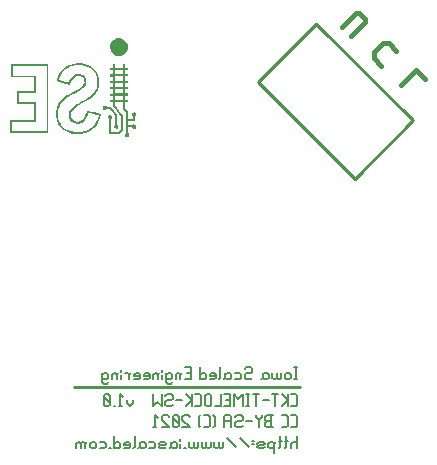
<source format=gbr>
G04 start of page 10 for group -4078 idx -4078 *
G04 Title: (unknown), bottomsilk *
G04 Creator: pcb 4.0.2 *
G04 CreationDate: Mon Feb 22 17:58:38 2021 UTC *
G04 For: ndholmes *
G04 Format: Gerber/RS-274X *
G04 PCB-Dimensions (mil): 2500.00 2500.00 *
G04 PCB-Coordinate-Origin: lower left *
%MOIN*%
%FSLAX25Y25*%
%LNBOTTOMSILK*%
%ADD63C,0.0070*%
%ADD62C,0.0100*%
%ADD61C,0.0150*%
%ADD60C,0.0001*%
G54D60*G36*
X101457Y158709D02*Y158644D01*
X101197Y158633D01*
X100931Y158693D01*
X100584Y159073D01*
X100551Y159588D01*
X100681Y159821D01*
X100860Y159990D01*
X100926Y160022D01*
Y166853D01*
X100014Y168003D01*
Y170341D01*
X97198D01*
Y169403D01*
X98604Y167623D01*
X100014Y165844D01*
Y161270D01*
X98658Y159914D01*
X95267D01*
Y164802D01*
X95169Y164872D01*
X94871Y165382D01*
X95028Y165947D01*
X95630Y166218D01*
X96206Y165909D01*
X96341Y165393D01*
X96097Y164927D01*
X95972Y164834D01*
X95967Y164672D01*
X95961Y164216D01*
Y163543D01*
X95956Y162719D01*
Y160597D01*
X98376D01*
X99352Y161574D01*
Y165583D01*
X97931Y167368D01*
X96515Y169158D01*
Y169750D01*
X96509Y170336D01*
X95598D01*
Y171122D01*
X96509D01*
Y172495D01*
X95598D01*
Y173255D01*
X96509D01*
Y174649D01*
X95598D01*
Y175408D01*
X96509D01*
Y176781D01*
X95598D01*
Y177541D01*
X96509D01*
Y178935D01*
X95598D01*
Y179694D01*
X96509D01*
Y181094D01*
X95598D01*
Y181854D01*
X96509D01*
Y183096D01*
X97198D01*
Y181854D01*
X100014D01*
Y183096D01*
X100671D01*
Y181854D01*
X101582D01*
Y181094D01*
X100681D01*
X99998Y181148D01*
X97209D01*
X97204Y180459D01*
X97193Y179765D01*
X98593D01*
X99276Y179770D01*
X99710Y179776D01*
X99933Y179787D01*
X99998Y179797D01*
X100009Y180015D01*
X100003Y180492D01*
X99998Y181148D01*
X100681Y181094D01*
Y179722D01*
X101582D01*
Y178962D01*
X100671D01*
X100014Y179005D01*
X97193D01*
X97204Y178316D01*
Y178300D01*
X97209Y177611D01*
X98593D01*
X99580Y177617D01*
X99992Y177627D01*
X100009Y177844D01*
X100014Y178327D01*
Y179005D01*
X100671Y178962D01*
X100681Y177584D01*
X101582D01*
Y176824D01*
X100671D01*
Y175452D01*
X100014Y175479D01*
Y176852D01*
X97198D01*
Y175479D01*
X100014D01*
X100671Y175452D01*
X101582D01*
Y174692D01*
X100681D01*
X99998Y174719D01*
X97198D01*
Y173336D01*
X98593D01*
X99276Y173341D01*
X99710Y173347D01*
X99933Y173358D01*
X99998Y173368D01*
X100009Y173586D01*
X100003Y174057D01*
X99998Y174719D01*
X100681Y174692D01*
Y173325D01*
X101582D01*
Y172566D01*
X100671D01*
Y171193D01*
X100014D01*
Y172566D01*
X97198D01*
Y171193D01*
X101582D01*
Y170406D01*
X100671D01*
Y168339D01*
X101143Y167748D01*
X101609Y167156D01*
Y164851D01*
X103258D01*
Y165627D01*
X103161Y165697D01*
X102922Y166006D01*
X102868Y166381D01*
X102987Y166701D01*
X103210Y166923D01*
X103503Y167026D01*
X103839Y166994D01*
X104127Y166815D01*
X104311Y166527D01*
X104322Y166093D01*
X104213Y165876D01*
X104045Y165697D01*
X103947Y165627D01*
X103942Y164900D01*
Y164167D01*
X101609D01*
Y162670D01*
X102276Y162675D01*
X102944D01*
X103009Y162773D01*
X103318Y163012D01*
X103698Y163066D01*
X104013Y162946D01*
X104230Y162724D01*
X104338Y162431D01*
X104311Y162100D01*
X104127Y161807D01*
X103828Y161617D01*
X103400D01*
X103047Y161840D01*
X102955Y161964D01*
X102759Y161981D01*
X102282Y161986D01*
X101609D01*
Y160104D01*
X101739Y159990D01*
X101935Y159740D01*
X101989Y159425D01*
X101853Y158980D01*
X101457Y158709D01*
G37*
G36*
X85615Y159729D02*Y159735D01*
X84243Y159740D01*
X82865Y159914D01*
X81400Y160359D01*
X80130Y161037D01*
X79088Y161948D01*
X78291Y163066D01*
X77781Y164330D01*
X77526Y165730D01*
X77532Y167162D01*
X77808Y168534D01*
X78296Y169674D01*
X79023Y170726D01*
X79989Y171714D01*
X81215Y172642D01*
X81693Y172951D01*
X82252Y173282D01*
X82935Y173667D01*
X83803Y174139D01*
X84574Y174562D01*
X85149Y174888D01*
X85588Y175164D01*
X85941Y175408D01*
X86668Y176076D01*
X87015Y176727D01*
X87053Y177139D01*
X87015Y177622D01*
X86831Y178219D01*
X86494Y178680D01*
X85637Y179152D01*
X84986Y179201D01*
X84351Y179136D01*
X83402Y178604D01*
X82642Y177535D01*
X82382Y176960D01*
X82154Y176358D01*
X82078Y176157D01*
X81899Y176201D01*
X81421Y176331D01*
X80716Y176532D01*
X79853Y176776D01*
X77651Y177416D01*
X77711Y177671D01*
X78204Y179174D01*
X78931Y180476D01*
X79870Y181561D01*
X81009Y182407D01*
X82148Y182933D01*
X83423Y183259D01*
X84807Y183384D01*
X86266Y183302D01*
X88138Y182863D01*
X89668Y182038D01*
X90829Y180855D01*
X91589Y179331D01*
X91882Y178132D01*
X91974Y176846D01*
X91844Y175533D01*
X91426Y174350D01*
X90889Y173466D01*
X90140Y172625D01*
X89483Y172045D01*
X88708Y171480D01*
X87693Y170851D01*
X86315Y170075D01*
X85621Y169696D01*
X85105Y169403D01*
X84698Y169158D01*
X84335Y168925D01*
X83076Y167878D01*
X82479Y166809D01*
X81877Y166983D01*
X82561Y168247D01*
X83993Y169457D01*
X84367Y169696D01*
X84791Y169951D01*
X85333Y170260D01*
X86060Y170661D01*
X87145Y171269D01*
X87948Y171746D01*
X88578Y172159D01*
X89120Y172566D01*
X89983Y173358D01*
X90623Y174199D01*
X91062Y175105D01*
X91301Y176087D01*
X91339Y176797D01*
X91312Y177573D01*
X91111Y178723D01*
X90742Y179749D01*
X90200Y180633D01*
X89500Y181360D01*
X88100Y182196D01*
X86353Y182657D01*
X84432Y182743D01*
X82675Y182440D01*
X81421Y181913D01*
X80347Y181138D01*
X79457Y180134D01*
X78779Y178919D01*
X78660Y178604D01*
X78535Y178262D01*
X78448Y177985D01*
X78421Y177861D01*
X78562Y177817D01*
X78920Y177714D01*
X79419Y177562D01*
X79995Y177394D01*
X80581Y177226D01*
X81091Y177074D01*
X81470Y176971D01*
X81633Y176922D01*
X81693Y176966D01*
X81779Y177166D01*
X82273Y178186D01*
X82848Y178951D01*
X83516Y179477D01*
X84286Y179770D01*
X84861Y179836D01*
X85442Y179819D01*
X86397Y179537D01*
X87102Y178973D01*
X87536Y178159D01*
X87682Y177117D01*
X87514Y176249D01*
X86966Y175463D01*
X86537Y175061D01*
X85984Y174660D01*
X85192Y174182D01*
X84047Y173547D01*
X82555Y172717D01*
X81481Y172056D01*
X80673Y171459D01*
X79973Y170813D01*
X79289Y170032D01*
X78768Y169213D01*
X78410Y168323D01*
X78183Y167336D01*
X78134Y166402D01*
X78183Y165447D01*
X78340Y164661D01*
X78568Y163966D01*
X79034Y163060D01*
X79637Y162279D01*
X80391Y161623D01*
X81291Y161091D01*
X82452Y160657D01*
X83782Y160402D01*
X84205Y160369D01*
X84753Y160353D01*
X85301D01*
X85697Y160364D01*
X87568Y160782D01*
X89142Y161650D01*
X90428Y162979D01*
X91426Y164758D01*
X91551Y165084D01*
X91697Y165491D01*
X91822Y165860D01*
X91871Y166044D01*
Y166077D01*
X91708Y166126D01*
X91171Y166245D01*
X90021Y166489D01*
X89391Y166625D01*
X88865Y166739D01*
X88507Y166815D01*
X88355Y166842D01*
X88306Y166826D01*
X88257Y166657D01*
X88111Y166153D01*
X87910Y165627D01*
X87118Y164384D01*
X86049Y163559D01*
X84720Y163256D01*
X83684Y163424D01*
X82827Y163885D01*
X82197Y164617D01*
X81839Y165567D01*
X81877Y166983D01*
X82479Y166809D01*
X82425Y166212D01*
X82479Y165583D01*
X83038Y164547D01*
X84058Y163961D01*
X84313Y163918D01*
X84704Y163901D01*
X85100Y163918D01*
X85338Y163961D01*
X86109Y164324D01*
X86755Y164932D01*
X87270Y165757D01*
X87633Y166782D01*
X87715Y167118D01*
X87764Y167368D01*
X87818Y167580D01*
X88019Y167547D01*
X88545Y167444D01*
X89321Y167281D01*
X90254Y167081D01*
X92674Y166565D01*
X92576Y166196D01*
X91930Y164341D01*
X91068Y162778D01*
X90124Y161671D01*
X89017Y160793D01*
X87433Y160071D01*
X85615Y159729D01*
G37*
G36*
X75030Y171535D02*Y160022D01*
X62346D01*
Y164460D01*
X70110D01*
X70104Y167091D01*
X70093Y169723D01*
X64429D01*
Y174133D01*
X70110D01*
Y178653D01*
X62650D01*
Y183064D01*
X75030D01*
Y171535D01*
X74390Y171540D01*
X74379Y182440D01*
X63284D01*
Y179271D01*
X70744D01*
Y173488D01*
X65059D01*
Y170319D01*
X70744D01*
Y163798D01*
X62970D01*
Y160641D01*
X74396D01*
X74390Y171540D01*
X75030Y171535D01*
G37*
G36*
X97893Y161623D02*Y161617D01*
X97350Y161650D01*
X96965Y162024D01*
X96933Y162523D01*
X97193Y162919D01*
X97296Y162990D01*
Y165887D01*
X96385Y167043D01*
X95468Y168198D01*
X94480D01*
X94355Y168062D01*
X93797Y167813D01*
X93411Y167927D01*
X93135Y168214D01*
X93070Y168486D01*
X93086Y168768D01*
X93222Y169012D01*
X93444Y169202D01*
X93596Y169272D01*
X93797Y169278D01*
X94003Y169267D01*
X94155Y169202D01*
X94383Y169007D01*
X94469Y168887D01*
X95799D01*
X96889Y167504D01*
X97985Y166126D01*
Y164552D01*
X97990Y163440D01*
X98001Y162979D01*
X98132Y162887D01*
X98359Y162534D01*
X98354Y162100D01*
X98175Y161812D01*
X97893Y161623D01*
G37*
G36*
X99059Y185782D02*X98620Y185760D01*
X98169Y185782D01*
X97518Y185955D01*
X96916Y186275D01*
X96401Y186720D01*
X95994Y187268D01*
X95728Y187941D01*
X95620Y188668D01*
X95690Y189395D01*
X95923Y190079D01*
X96347Y190697D01*
X96900Y191202D01*
X97844Y191629D01*
X98853Y191716D01*
X99824Y191473D01*
X100671Y190898D01*
X101191Y190247D01*
X101501Y189482D01*
X101582Y188863D01*
X101544Y188223D01*
X101257Y187360D01*
X100709Y186628D01*
X99944Y186069D01*
X99059Y185782D01*
G37*
G54D61*X192500Y176000D02*X197500Y181000D01*
X200500Y178000D01*
X173000Y195500D02*X177500Y200000D01*
X178500D02*X180500Y198000D01*
Y197000D02*X176000Y192500D01*
X178500Y200000D02*X177500D01*
X180500Y198000D02*Y197000D01*
G54D62*X159000Y75500D02*X83500D01*
G54D61*X186000Y182500D02*X183500Y185000D01*
Y187000D02*X186500Y190000D01*
X188500D02*X191000Y187500D01*
X183500Y185000D02*Y187000D01*
X186500Y190000D02*X188500D01*
G54D63*X156000Y69000D02*X157500D01*
X158000Y69500D02*X157500Y69000D01*
X158000Y69500D02*Y72500D01*
X157500Y73000D01*
X156000D02*X157500D01*
X154800Y69000D02*Y73000D01*
Y71000D02*X152800Y73000D01*
X154800Y71000D02*X152800Y69000D01*
X149600Y73000D02*X151600D01*
X150600Y69000D02*Y73000D01*
X146400Y71000D02*X148400D01*
X143200Y73000D02*X145200D01*
X144200Y69000D02*Y73000D01*
X141000D02*X142000D01*
X141500Y69000D02*Y73000D01*
X141000Y69000D02*X142000D01*
X139800D02*Y73000D01*
X138300Y71500D01*
X136800Y73000D01*
Y69000D02*Y73000D01*
X134100Y71000D02*X135600D01*
X133600Y69000D02*X135600D01*
Y73000D01*
X133600D02*X135600D01*
X132400Y69000D02*Y73000D01*
X130400Y69000D02*X132400D01*
X129200Y69500D02*Y72500D01*
X128700Y73000D01*
X127700D02*X128700D01*
X127700D02*X127200Y72500D01*
Y69500D02*Y72500D01*
X127700Y69000D02*X127200Y69500D01*
X127700Y69000D02*X128700D01*
X129200Y69500D02*X128700Y69000D01*
X124000D02*X125500D01*
X126000Y69500D02*X125500Y69000D01*
X126000Y69500D02*Y72500D01*
X125500Y73000D01*
X124000D02*X125500D01*
X122800Y69000D02*Y73000D01*
Y71000D02*X120800Y73000D01*
X122800Y71000D02*X120800Y69000D01*
X117600Y71000D02*X119600D01*
X114400Y73000D02*X113900Y72500D01*
X114400Y73000D02*X115900D01*
X116400Y72500D02*X115900Y73000D01*
X116400Y71500D02*Y72500D01*
Y71500D02*X115900Y71000D01*
X114400D02*X115900D01*
X114400D02*X113900Y70500D01*
Y69500D02*Y70500D01*
X114400Y69000D02*X113900Y69500D01*
X114400Y69000D02*X115900D01*
X116400Y69500D02*X115900Y69000D01*
X112700D02*Y73000D01*
Y69000D02*X111200Y70500D01*
X109700Y69000D01*
Y73000D01*
X103100Y70000D02*Y71000D01*
Y70000D02*X102100Y69000D01*
X101100Y70000D01*
Y71000D01*
X98400Y69000D02*X99400D01*
X98900D02*Y73000D01*
X99900Y72000D02*X98900Y73000D01*
X96700Y69000D02*X97200D01*
X95500Y69500D02*X95000Y69000D01*
X95500Y69500D02*Y72500D01*
X95000Y73000D01*
X94000D02*X95000D01*
X94000D02*X93500Y72500D01*
Y69500D02*Y72500D01*
X94000Y69000D02*X93500Y69500D01*
X94000Y69000D02*X95000D01*
X95500Y70000D02*X93500Y72000D01*
X157000Y82000D02*X158000D01*
X157500Y78000D02*Y82000D01*
X157000Y78000D02*X158000D01*
X155800Y78500D02*Y79500D01*
X155300Y80000D01*
X154300D02*X155300D01*
X154300D02*X153800Y79500D01*
Y78500D02*Y79500D01*
X154300Y78000D02*X153800Y78500D01*
X154300Y78000D02*X155300D01*
X155800Y78500D02*X155300Y78000D01*
X152600Y78500D02*Y80000D01*
Y78500D02*X152100Y78000D01*
X151600D02*X152100D01*
X151600D02*X151100Y78500D01*
Y80000D01*
Y78500D02*X150600Y78000D01*
X150100D02*X150600D01*
X150100D02*X149600Y78500D01*
Y80000D01*
X146900D02*X146400Y79500D01*
X146900Y80000D02*X147900D01*
X148400Y79500D02*X147900Y80000D01*
X148400Y78500D02*Y79500D01*
Y78500D02*X147900Y78000D01*
X146400Y78500D02*Y80000D01*
Y78500D02*X145900Y78000D01*
X146900D02*X147900D01*
X146900D02*X146400Y78500D01*
X140900Y82000D02*X140400Y81500D01*
X140900Y82000D02*X142400D01*
X142900Y81500D02*X142400Y82000D01*
X142900Y80500D02*Y81500D01*
Y80500D02*X142400Y80000D01*
X140900D02*X142400D01*
X140900D02*X140400Y79500D01*
Y78500D02*Y79500D01*
X140900Y78000D02*X140400Y78500D01*
X140900Y78000D02*X142400D01*
X142900Y78500D02*X142400Y78000D01*
X137200Y80000D02*X138700D01*
X139200Y79500D02*X138700Y80000D01*
X139200Y78500D02*Y79500D01*
Y78500D02*X138700Y78000D01*
X137200D02*X138700D01*
X134500Y80000D02*X134000Y79500D01*
X134500Y80000D02*X135500D01*
X136000Y79500D02*X135500Y80000D01*
X136000Y78500D02*Y79500D01*
Y78500D02*X135500Y78000D01*
X134000Y78500D02*Y80000D01*
Y78500D02*X133500Y78000D01*
X134500D02*X135500D01*
X134500D02*X134000Y78500D01*
X132300D02*Y82000D01*
Y78500D02*X131800Y78000D01*
X128800D02*X130300D01*
X130800Y78500D02*X130300Y78000D01*
X130800Y78500D02*Y79500D01*
X130300Y80000D01*
X129300D02*X130300D01*
X129300D02*X128800Y79500D01*
Y79000D02*X130800D01*
X128800D02*Y79500D01*
X125600Y78000D02*Y82000D01*
X126100Y78000D02*X125600Y78500D01*
X126100Y78000D02*X127100D01*
X127600Y78500D02*X127100Y78000D01*
X127600Y78500D02*Y79500D01*
X127100Y80000D01*
X126100D02*X127100D01*
X126100D02*X125600Y79500D01*
X121100Y80000D02*X122600D01*
X120600Y78000D02*X122600D01*
Y82000D01*
X120600D02*X122600D01*
X118900Y78000D02*Y79500D01*
X118400Y80000D01*
X117900D02*X118400D01*
X117900D02*X117400Y79500D01*
Y78000D02*Y79500D01*
X119400Y80000D02*X118900Y79500D01*
X114700Y80000D02*X114200Y79500D01*
X114700Y80000D02*X115700D01*
X116200Y79500D02*X115700Y80000D01*
X116200Y78500D02*Y79500D01*
Y78500D02*X115700Y78000D01*
X114700D02*X115700D01*
X114700D02*X114200Y78500D01*
X116200Y77000D02*X115700Y76500D01*
X114700D02*X115700D01*
X114700D02*X114200Y77000D01*
Y80000D01*
X113000Y80500D02*Y81000D01*
Y78000D02*Y79500D01*
X111500Y78000D02*Y79500D01*
X111000Y80000D01*
X110500D02*X111000D01*
X110500D02*X110000Y79500D01*
Y78000D02*Y79500D01*
X112000Y80000D02*X111500Y79500D01*
X106800Y78000D02*X108300D01*
X108800Y78500D02*X108300Y78000D01*
X108800Y78500D02*Y79500D01*
X108300Y80000D01*
X107300D02*X108300D01*
X107300D02*X106800Y79500D01*
Y79000D02*X108800D01*
X106800D02*Y79500D01*
X103600Y78000D02*X105100D01*
X105600Y78500D02*X105100Y78000D01*
X105600Y78500D02*Y79500D01*
X105100Y80000D01*
X104100D02*X105100D01*
X104100D02*X103600Y79500D01*
Y79000D02*X105600D01*
X103600D02*Y79500D01*
X101900Y78000D02*Y79500D01*
X101400Y80000D01*
X100400D02*X101400D01*
X102400D02*X101900Y79500D01*
X99200Y80500D02*Y81000D01*
Y78000D02*Y79500D01*
X97700Y78000D02*Y79500D01*
X97200Y80000D01*
X96700D02*X97200D01*
X96700D02*X96200Y79500D01*
Y78000D02*Y79500D01*
X98200Y80000D02*X97700Y79500D01*
X93500Y80000D02*X93000Y79500D01*
X93500Y80000D02*X94500D01*
X95000Y79500D02*X94500Y80000D01*
X95000Y78500D02*Y79500D01*
Y78500D02*X94500Y78000D01*
X93500D02*X94500D01*
X93500D02*X93000Y78500D01*
X95000Y77000D02*X94500Y76500D01*
X93500D02*X94500D01*
X93500D02*X93000Y77000D01*
Y80000D01*
X156000Y62000D02*X157500D01*
X158000Y62500D02*X157500Y62000D01*
X158000Y62500D02*Y65500D01*
X157500Y66000D01*
X156000D02*X157500D01*
X152800Y62000D02*X154300D01*
X154800Y62500D02*X154300Y62000D01*
X154800Y62500D02*Y65500D01*
X154300Y66000D01*
X152800D02*X154300D01*
X147800Y62000D02*X149800D01*
X147800D02*X147300Y62500D01*
Y63500D01*
X147800Y64000D02*X147300Y63500D01*
X147800Y64000D02*X149300D01*
Y62000D02*Y66000D01*
X147800D02*X149800D01*
X147800D02*X147300Y65500D01*
Y64500D02*Y65500D01*
X147800Y64000D02*X147300Y64500D01*
X146100Y65500D02*Y66000D01*
Y65500D02*X145100Y64500D01*
X144100Y65500D01*
Y66000D01*
X145100Y62000D02*Y64500D01*
X140900Y64000D02*X142900D01*
X137700Y66000D02*X137200Y65500D01*
X137700Y66000D02*X139200D01*
X139700Y65500D02*X139200Y66000D01*
X139700Y64500D02*Y65500D01*
Y64500D02*X139200Y64000D01*
X137700D02*X139200D01*
X137700D02*X137200Y63500D01*
Y62500D02*Y63500D01*
X137700Y62000D02*X137200Y62500D01*
X137700Y62000D02*X139200D01*
X139700Y62500D02*X139200Y62000D01*
X136000D02*Y65500D01*
X135500Y66000D01*
X134000D02*X135500D01*
X134000D02*X133500Y65500D01*
Y62000D02*Y65500D01*
Y64000D02*X136000D01*
X130500Y62500D02*X130000Y62000D01*
X130500Y65500D02*X130000Y66000D01*
X130500Y62500D02*Y65500D01*
X126800Y62000D02*X128300D01*
X128800Y62500D02*X128300Y62000D01*
X128800Y62500D02*Y65500D01*
X128300Y66000D01*
X126800D02*X128300D01*
X125600D02*X125100Y65500D01*
Y62500D02*Y65500D01*
X125600Y62000D02*X125100Y62500D01*
X122100Y65500D02*X121600Y66000D01*
X120100D02*X121600D01*
X120100D02*X119600Y65500D01*
Y64500D02*Y65500D01*
X122100Y62000D02*X119600Y64500D01*
Y62000D02*X122100D01*
X118400Y62500D02*X117900Y62000D01*
X118400Y62500D02*Y65500D01*
X117900Y66000D01*
X116900D02*X117900D01*
X116900D02*X116400Y65500D01*
Y62500D02*Y65500D01*
X116900Y62000D02*X116400Y62500D01*
X116900Y62000D02*X117900D01*
X118400Y63000D02*X116400Y65000D01*
X115200Y65500D02*X114700Y66000D01*
X113200D02*X114700D01*
X113200D02*X112700Y65500D01*
Y64500D02*Y65500D01*
X115200Y62000D02*X112700Y64500D01*
Y62000D02*X115200D01*
X110000D02*X111000D01*
X110500D02*Y66000D01*
X111500Y65000D02*X110500Y66000D01*
X158000Y55000D02*Y59000D01*
Y56500D02*X157500Y57000D01*
X156500D02*X157500D01*
X156500D02*X156000Y56500D01*
Y55000D02*Y56500D01*
X154300Y55500D02*Y59000D01*
Y55500D02*X153800Y55000D01*
Y57500D02*X154800D01*
X152300Y55500D02*Y59000D01*
Y55500D02*X151800Y55000D01*
Y57500D02*X152800D01*
X150300Y53500D02*Y56500D01*
X150800Y57000D02*X150300Y56500D01*
X149800Y57000D01*
X148800D02*X149800D01*
X148800D02*X148300Y56500D01*
Y55500D02*Y56500D01*
X148800Y55000D02*X148300Y55500D01*
X148800Y55000D02*X149800D01*
X150300Y55500D02*X149800Y55000D01*
X145100D02*X146600D01*
X145100D02*X144600Y55500D01*
X145100Y56000D02*X144600Y55500D01*
X145100Y56000D02*X146600D01*
X147100Y56500D02*X146600Y56000D01*
X147100Y56500D02*X146600Y57000D01*
X145100D02*X146600D01*
X145100D02*X144600Y56500D01*
X147100Y55500D02*X146600Y55000D01*
X142900Y57500D02*X143400D01*
X142900Y56500D02*X143400D01*
X141700Y55500D02*X138700Y58500D01*
X137500Y55500D02*X134500Y58500D01*
X133300Y55500D02*Y57000D01*
Y55500D02*X132800Y55000D01*
X132300D02*X132800D01*
X132300D02*X131800Y55500D01*
Y57000D01*
Y55500D02*X131300Y55000D01*
X130800D02*X131300D01*
X130800D02*X130300Y55500D01*
Y57000D01*
X129100Y55500D02*Y57000D01*
Y55500D02*X128600Y55000D01*
X128100D02*X128600D01*
X128100D02*X127600Y55500D01*
Y57000D01*
Y55500D02*X127100Y55000D01*
X126600D02*X127100D01*
X126600D02*X126100Y55500D01*
Y57000D01*
X124900Y55500D02*Y57000D01*
Y55500D02*X124400Y55000D01*
X123900D02*X124400D01*
X123900D02*X123400Y55500D01*
Y57000D01*
Y55500D02*X122900Y55000D01*
X122400D02*X122900D01*
X122400D02*X121900Y55500D01*
Y57000D01*
X120200Y55000D02*X120700D01*
X119000Y57500D02*Y58000D01*
Y55000D02*Y56500D01*
X116500Y57000D02*X116000Y56500D01*
X116500Y57000D02*X117500D01*
X118000Y56500D02*X117500Y57000D01*
X118000Y55500D02*Y56500D01*
Y55500D02*X117500Y55000D01*
X116000Y55500D02*Y57000D01*
Y55500D02*X115500Y55000D01*
X116500D02*X117500D01*
X116500D02*X116000Y55500D01*
X112300Y55000D02*X113800D01*
X112300D02*X111800Y55500D01*
X112300Y56000D02*X111800Y55500D01*
X112300Y56000D02*X113800D01*
X114300Y56500D02*X113800Y56000D01*
X114300Y56500D02*X113800Y57000D01*
X112300D02*X113800D01*
X112300D02*X111800Y56500D01*
X114300Y55500D02*X113800Y55000D01*
X108600Y57000D02*X110100D01*
X110600Y56500D02*X110100Y57000D01*
X110600Y55500D02*Y56500D01*
Y55500D02*X110100Y55000D01*
X108600D02*X110100D01*
X105900Y57000D02*X105400Y56500D01*
X105900Y57000D02*X106900D01*
X107400Y56500D02*X106900Y57000D01*
X107400Y55500D02*Y56500D01*
Y55500D02*X106900Y55000D01*
X105400Y55500D02*Y57000D01*
Y55500D02*X104900Y55000D01*
X105900D02*X106900D01*
X105900D02*X105400Y55500D01*
X103700D02*Y59000D01*
Y55500D02*X103200Y55000D01*
X100200D02*X101700D01*
X102200Y55500D02*X101700Y55000D01*
X102200Y55500D02*Y56500D01*
X101700Y57000D01*
X100700D02*X101700D01*
X100700D02*X100200Y56500D01*
Y56000D02*X102200D01*
X100200D02*Y56500D01*
X97000Y55000D02*Y59000D01*
X97500Y55000D02*X97000Y55500D01*
X97500Y55000D02*X98500D01*
X99000Y55500D02*X98500Y55000D01*
X99000Y55500D02*Y56500D01*
X98500Y57000D01*
X97500D02*X98500D01*
X97500D02*X97000Y56500D01*
X95300Y55000D02*X95800D01*
X92100Y57000D02*X93600D01*
X94100Y56500D02*X93600Y57000D01*
X94100Y55500D02*Y56500D01*
Y55500D02*X93600Y55000D01*
X92100D02*X93600D01*
X90900Y55500D02*Y56500D01*
X90400Y57000D01*
X89400D02*X90400D01*
X89400D02*X88900Y56500D01*
Y55500D02*Y56500D01*
X89400Y55000D02*X88900Y55500D01*
X89400Y55000D02*X90400D01*
X90900Y55500D02*X90400Y55000D01*
X87200D02*Y56500D01*
X86700Y57000D01*
X86200D02*X86700D01*
X86200D02*X85700Y56500D01*
Y55000D02*Y56500D01*
X85200Y57000D01*
X84700D02*X85200D01*
X84700D02*X84200Y56500D01*
Y55000D02*Y56500D01*
X87700Y57000D02*X87200Y56500D01*
G54D62*X177125Y144831D02*X144832Y177124D01*
X164319Y196611D01*
X196612Y164319D01*
X177125Y144831D01*
M02*

</source>
